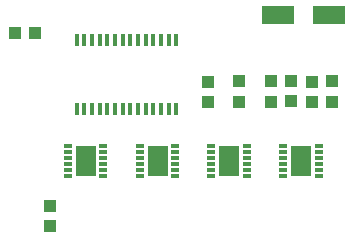
<source format=gbr>
G04 EAGLE Gerber RS-274X export*
G75*
%MOMM*%
%FSLAX34Y34*%
%LPD*%
%INSolderpaste Top*%
%IPPOS*%
%AMOC8*
5,1,8,0,0,1.08239X$1,22.5*%
G01*
%ADD10R,1.700000X2.500000*%
%ADD11R,0.650000X0.300000*%
%ADD12R,0.304800X0.990600*%
%ADD13R,1.000000X1.100000*%
%ADD14R,1.100000X1.000000*%
%ADD15R,2.800000X1.600000*%


D10*
X292900Y116600D03*
D11*
X307650Y104100D03*
X307650Y109100D03*
X307650Y114100D03*
X307650Y119100D03*
X307650Y124100D03*
X307650Y129100D03*
X277650Y104100D03*
X277650Y109100D03*
X277650Y114100D03*
X277650Y119100D03*
X277650Y124100D03*
X277650Y129100D03*
D10*
X232100Y116600D03*
D11*
X246850Y104100D03*
X246850Y109100D03*
X246850Y114100D03*
X246850Y119100D03*
X246850Y124100D03*
X246850Y129100D03*
X216850Y104100D03*
X216850Y109100D03*
X216850Y114100D03*
X216850Y119100D03*
X216850Y124100D03*
X216850Y129100D03*
D10*
X171300Y116600D03*
D11*
X186050Y104100D03*
X186050Y109100D03*
X186050Y114100D03*
X186050Y119100D03*
X186050Y124100D03*
X186050Y129100D03*
X156050Y104100D03*
X156050Y109100D03*
X156050Y114100D03*
X156050Y119100D03*
X156050Y124100D03*
X156050Y129100D03*
D10*
X110500Y116600D03*
D11*
X125250Y104100D03*
X125250Y109100D03*
X125250Y114100D03*
X125250Y119100D03*
X125250Y124100D03*
X125250Y129100D03*
X95250Y104100D03*
X95250Y109100D03*
X95250Y114100D03*
X95250Y119100D03*
X95250Y124100D03*
X95250Y129100D03*
D12*
X187150Y218678D03*
X180650Y218678D03*
X174150Y218678D03*
X167650Y218678D03*
X161150Y218678D03*
X154650Y218678D03*
X148150Y218678D03*
X141650Y218678D03*
X135150Y218678D03*
X128650Y218678D03*
X122150Y218678D03*
X115650Y218678D03*
X109150Y218678D03*
X102650Y218678D03*
X102650Y160322D03*
X109150Y160322D03*
X115650Y160322D03*
X122150Y160322D03*
X128650Y160322D03*
X135150Y160322D03*
X141650Y160322D03*
X148150Y160322D03*
X154650Y160322D03*
X161150Y160322D03*
X167650Y160322D03*
X174150Y160322D03*
X180650Y160322D03*
X187150Y160322D03*
D13*
X213800Y166500D03*
X213800Y183500D03*
X267500Y166700D03*
X267500Y183700D03*
X284500Y166800D03*
X284500Y183800D03*
X301600Y166600D03*
X301600Y183600D03*
X319200Y166700D03*
X319200Y183700D03*
X240100Y166700D03*
X240100Y183700D03*
D14*
X50500Y224600D03*
X67500Y224600D03*
D15*
X316500Y240000D03*
X273500Y240000D03*
D13*
X80000Y78500D03*
X80000Y61500D03*
M02*

</source>
